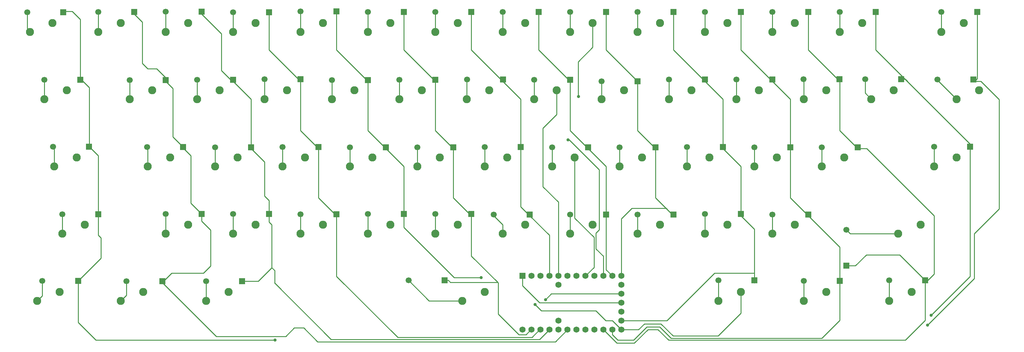
<source format=gbl>
G04 #@! TF.FileFunction,Copper,L2,Bot,Signal*
%FSLAX46Y46*%
G04 Gerber Fmt 4.6, Leading zero omitted, Abs format (unit mm)*
G04 Created by KiCad (PCBNEW (2015-01-16 BZR 5376)-product) date 17/05/2015 23:28:06*
%MOMM*%
G01*
G04 APERTURE LIST*
%ADD10C,0.100000*%
%ADD11C,1.699260*%
%ADD12R,1.699260X1.699260*%
%ADD13C,2.286000*%
%ADD14R,1.752600X1.752600*%
%ADD15C,1.752600*%
%ADD16C,0.889000*%
%ADD17C,0.254000*%
G04 APERTURE END LIST*
D10*
D11*
X275590000Y-135178800D03*
D12*
X285750000Y-135178800D03*
D13*
X281940000Y-138430000D03*
X275590000Y-140970000D03*
D11*
X32004000Y-59182000D03*
D12*
X42164000Y-59182000D03*
D11*
X36830000Y-78333600D03*
D12*
X46990000Y-78333600D03*
D11*
X39217600Y-97332800D03*
D12*
X49377600Y-97332800D03*
D11*
X41859200Y-116433600D03*
D12*
X52019200Y-116433600D03*
D11*
X36220400Y-135331200D03*
D12*
X46380400Y-135331200D03*
D11*
X52070000Y-59080400D03*
D12*
X62230000Y-59080400D03*
D11*
X60960000Y-78384400D03*
D12*
X71120000Y-78384400D03*
D11*
X65836800Y-97383600D03*
D12*
X75996800Y-97383600D03*
D11*
X71120000Y-116382800D03*
D12*
X81280000Y-116382800D03*
D11*
X59994800Y-135382000D03*
D12*
X70154800Y-135382000D03*
D11*
X71120000Y-59029600D03*
D12*
X81280000Y-59029600D03*
D11*
X80010000Y-78333600D03*
D12*
X90170000Y-78333600D03*
D11*
X85039200Y-97434400D03*
D12*
X95199200Y-97434400D03*
D11*
X90170000Y-116382800D03*
D12*
X100330000Y-116382800D03*
D11*
X82550000Y-135382000D03*
D12*
X92710000Y-135382000D03*
D11*
X90170000Y-59182000D03*
D12*
X100330000Y-59182000D03*
D11*
X99060000Y-78181200D03*
D12*
X109220000Y-78181200D03*
D11*
X104089200Y-97383600D03*
D12*
X114249200Y-97383600D03*
D11*
X109220000Y-116433600D03*
D12*
X119380000Y-116433600D03*
D11*
X139750800Y-135178800D03*
D12*
X149910800Y-135178800D03*
D11*
X109220000Y-58928000D03*
D12*
X119380000Y-58928000D03*
D11*
X118110000Y-78384400D03*
D12*
X128270000Y-78384400D03*
D11*
X123190000Y-97434400D03*
D12*
X133350000Y-97434400D03*
D11*
X128270000Y-116382800D03*
D12*
X138430000Y-116382800D03*
D11*
X128270000Y-59131200D03*
D12*
X138430000Y-59131200D03*
D11*
X137109200Y-78333600D03*
D12*
X147269200Y-78333600D03*
D11*
X142189200Y-97434400D03*
D12*
X152349200Y-97434400D03*
D11*
X147320000Y-116332000D03*
D12*
X157480000Y-116332000D03*
D11*
X147320000Y-59131200D03*
D12*
X157480000Y-59131200D03*
D11*
X156260800Y-78282800D03*
D12*
X166420800Y-78282800D03*
D11*
X161239200Y-97383600D03*
D12*
X171399200Y-97383600D03*
D11*
X163830000Y-116484400D03*
D12*
X173990000Y-116484400D03*
D11*
X166370000Y-59131200D03*
D12*
X176530000Y-59131200D03*
D11*
X175260000Y-78333600D03*
D12*
X185420000Y-78333600D03*
D11*
X180340000Y-97434400D03*
D12*
X190500000Y-97434400D03*
D11*
X185420000Y-116484400D03*
D12*
X195580000Y-116484400D03*
D11*
X185420000Y-59131200D03*
D12*
X195580000Y-59131200D03*
D11*
X194310000Y-78740000D03*
D12*
X204470000Y-78740000D03*
D11*
X199390000Y-97434400D03*
D12*
X209550000Y-97434400D03*
D11*
X204470000Y-116484400D03*
D12*
X214630000Y-116484400D03*
D11*
X227330000Y-135128000D03*
D12*
X237490000Y-135128000D03*
D11*
X204470000Y-59131200D03*
D12*
X214630000Y-59131200D03*
D11*
X213309200Y-78282800D03*
D12*
X223469200Y-78282800D03*
D11*
X218440000Y-97383600D03*
D12*
X228600000Y-97383600D03*
D11*
X223469200Y-116382800D03*
D12*
X233629200Y-116382800D03*
D11*
X251460000Y-135280400D03*
D12*
X261620000Y-135280400D03*
D11*
X223520000Y-59131200D03*
D12*
X233680000Y-59131200D03*
D11*
X232410000Y-78282800D03*
D12*
X242570000Y-78282800D03*
D11*
X237490000Y-97434400D03*
D12*
X247650000Y-97434400D03*
D11*
X242570000Y-116484400D03*
D12*
X252730000Y-116484400D03*
D11*
X242570000Y-59131200D03*
D12*
X252730000Y-59131200D03*
D11*
X251358400Y-78130400D03*
D12*
X261518400Y-78130400D03*
D11*
X256540000Y-97434400D03*
D12*
X266700000Y-97434400D03*
D11*
X263448800Y-120853200D03*
D12*
X263448800Y-131013200D03*
D11*
X261620000Y-59131200D03*
D12*
X271780000Y-59131200D03*
D11*
X268782800Y-78130400D03*
D12*
X278942800Y-78130400D03*
D11*
X288290000Y-97332800D03*
D12*
X298450000Y-97332800D03*
D11*
X290322000Y-59131200D03*
D12*
X300482000Y-59131200D03*
D11*
X289153600Y-78282800D03*
D12*
X299313600Y-78282800D03*
D13*
X39116000Y-62230000D03*
X32766000Y-64770000D03*
X58420000Y-62230000D03*
X52070000Y-64770000D03*
X77470000Y-62230000D03*
X71120000Y-64770000D03*
X96520000Y-62230000D03*
X90170000Y-64770000D03*
X115570000Y-62230000D03*
X109220000Y-64770000D03*
X134620000Y-62230000D03*
X128270000Y-64770000D03*
X153670000Y-62230000D03*
X147320000Y-64770000D03*
X172720000Y-62230000D03*
X166370000Y-64770000D03*
X191770000Y-62230000D03*
X185420000Y-64770000D03*
X210820000Y-62230000D03*
X204470000Y-64770000D03*
X229870000Y-62230000D03*
X223520000Y-64770000D03*
X248920000Y-62230000D03*
X242570000Y-64770000D03*
X267970000Y-62230000D03*
X261620000Y-64770000D03*
X296672000Y-62230000D03*
X290322000Y-64770000D03*
X43180000Y-81280000D03*
X36830000Y-83820000D03*
X67310000Y-81280000D03*
X60960000Y-83820000D03*
X86360000Y-81280000D03*
X80010000Y-83820000D03*
X105410000Y-81280000D03*
X99060000Y-83820000D03*
X124460000Y-81280000D03*
X118110000Y-83820000D03*
X143510000Y-81280000D03*
X137160000Y-83820000D03*
X162560000Y-81280000D03*
X156210000Y-83820000D03*
X181610000Y-81280000D03*
X175260000Y-83820000D03*
X200660000Y-81280000D03*
X194310000Y-83820000D03*
X219710000Y-81280000D03*
X213360000Y-83820000D03*
X238760000Y-81280000D03*
X232410000Y-83820000D03*
X257810000Y-81280000D03*
X251460000Y-83820000D03*
X276860000Y-81280000D03*
X270510000Y-83820000D03*
X45974000Y-100330000D03*
X39624000Y-102870000D03*
X72390000Y-100330000D03*
X66040000Y-102870000D03*
X91440000Y-100330000D03*
X85090000Y-102870000D03*
X110490000Y-100330000D03*
X104140000Y-102870000D03*
X129540000Y-100330000D03*
X123190000Y-102870000D03*
X148590000Y-100330000D03*
X142240000Y-102870000D03*
X167640000Y-100330000D03*
X161290000Y-102870000D03*
X186690000Y-100330000D03*
X180340000Y-102870000D03*
X205740000Y-100330000D03*
X199390000Y-102870000D03*
X224790000Y-100330000D03*
X218440000Y-102870000D03*
X243840000Y-100330000D03*
X237490000Y-102870000D03*
X262890000Y-100330000D03*
X256540000Y-102870000D03*
X294640000Y-100330000D03*
X288290000Y-102870000D03*
X48260000Y-119380000D03*
X41910000Y-121920000D03*
X77470000Y-119380000D03*
X71120000Y-121920000D03*
X96520000Y-119380000D03*
X90170000Y-121920000D03*
X115570000Y-119380000D03*
X109220000Y-121920000D03*
X134620000Y-119380000D03*
X128270000Y-121920000D03*
X153670000Y-119380000D03*
X147320000Y-121920000D03*
X172720000Y-119380000D03*
X166370000Y-121920000D03*
X191770000Y-119380000D03*
X185420000Y-121920000D03*
X210820000Y-119380000D03*
X204470000Y-121920000D03*
X229870000Y-119380000D03*
X223520000Y-121920000D03*
X248920000Y-119380000D03*
X242570000Y-121920000D03*
X284480000Y-119380000D03*
X278130000Y-121920000D03*
X41148000Y-138430000D03*
X34798000Y-140970000D03*
X64770000Y-138430000D03*
X58420000Y-140970000D03*
X88900000Y-138430000D03*
X82550000Y-140970000D03*
X161290000Y-138430000D03*
X154940000Y-140970000D03*
X233680000Y-138430000D03*
X227330000Y-140970000D03*
X257810000Y-138430000D03*
X251460000Y-140970000D03*
D14*
X171907200Y-133908800D03*
D15*
X174447200Y-133908800D03*
X176987200Y-133908800D03*
X179527200Y-133908800D03*
X182067200Y-133908800D03*
X184607200Y-133908800D03*
X187147200Y-133908800D03*
X189687200Y-133908800D03*
X192227200Y-133908800D03*
X194767200Y-133908800D03*
X197307200Y-133908800D03*
X199847200Y-133908800D03*
X199847200Y-136448800D03*
X199847200Y-138988800D03*
X199847200Y-141528800D03*
X199847200Y-144068800D03*
X199847200Y-146608800D03*
X199847200Y-149148800D03*
X197307200Y-149148800D03*
X194767200Y-149148800D03*
X192227200Y-149148800D03*
X189687200Y-149148800D03*
X187147200Y-149148800D03*
X184607200Y-149148800D03*
X182067200Y-149148800D03*
X179527200Y-149148800D03*
X176987200Y-149148800D03*
X174447200Y-149148800D03*
X171907200Y-149148800D03*
X182067200Y-146608800D03*
X182067200Y-136448800D03*
D13*
X300990000Y-81280000D03*
X294640000Y-83820000D03*
D16*
X102006400Y-152044400D03*
X160274000Y-134416800D03*
X287426400Y-145034000D03*
X286410400Y-147828000D03*
X187756800Y-83058000D03*
X184810400Y-95351600D03*
X175514000Y-142036800D03*
X178409600Y-140665200D03*
D17*
X32004000Y-59182000D02*
X32004000Y-64008000D01*
X32004000Y-64008000D02*
X32766000Y-64770000D01*
X46380400Y-135331200D02*
X46380400Y-147066000D01*
X51358800Y-152044400D02*
X102006400Y-152044400D01*
X46380400Y-147066000D02*
X51358800Y-152044400D01*
X52019200Y-116433600D02*
X52019200Y-122326400D01*
X52832000Y-128879600D02*
X46380400Y-135331200D01*
X52832000Y-123139200D02*
X52832000Y-128879600D01*
X52019200Y-122326400D02*
X52832000Y-123139200D01*
X46990000Y-78740000D02*
X46990000Y-61214000D01*
X44704000Y-58928000D02*
X42418000Y-58928000D01*
X46990000Y-61214000D02*
X44704000Y-58928000D01*
X42418000Y-58928000D02*
X42164000Y-59182000D01*
X49530000Y-97790000D02*
X49530000Y-80518000D01*
X49530000Y-80518000D02*
X47752000Y-78740000D01*
X47752000Y-78740000D02*
X46990000Y-78740000D01*
X52070000Y-116840000D02*
X52070000Y-99822000D01*
X52070000Y-99822000D02*
X50038000Y-97790000D01*
X50038000Y-97790000D02*
X49530000Y-97790000D01*
X36830000Y-83820000D02*
X36830000Y-78740000D01*
X39624000Y-102870000D02*
X39624000Y-98044000D01*
X39624000Y-98044000D02*
X39370000Y-97790000D01*
X41910000Y-121920000D02*
X41910000Y-116840000D01*
X36220400Y-135331200D02*
X36220400Y-139547600D01*
X36220400Y-139547600D02*
X34798000Y-140970000D01*
X52070000Y-64770000D02*
X52070000Y-59690000D01*
X69951600Y-135890000D02*
X70256400Y-135890000D01*
X181203600Y-152552400D02*
X184607200Y-149148800D01*
X113995200Y-152552400D02*
X181203600Y-152552400D01*
X110083600Y-148640800D02*
X113995200Y-152552400D01*
X107442000Y-148640800D02*
X110083600Y-148640800D01*
X105054400Y-151028400D02*
X107442000Y-148640800D01*
X85394800Y-151028400D02*
X105054400Y-151028400D01*
X70256400Y-135890000D02*
X85394800Y-151028400D01*
X62230000Y-59690000D02*
X62484000Y-59690000D01*
X81280000Y-116840000D02*
X81280000Y-118364000D01*
X72745600Y-133096000D02*
X69951600Y-135890000D01*
X81788000Y-133096000D02*
X72745600Y-133096000D01*
X83820000Y-131064000D02*
X81788000Y-133096000D01*
X83820000Y-120904000D02*
X83820000Y-131064000D01*
X81280000Y-118364000D02*
X83820000Y-120904000D01*
X81280000Y-116840000D02*
X81280000Y-116332000D01*
X81280000Y-116332000D02*
X78232000Y-113284000D01*
X78232000Y-113284000D02*
X78232000Y-99822000D01*
X78232000Y-99822000D02*
X76200000Y-97790000D01*
X71120000Y-78740000D02*
X73152000Y-80772000D01*
X73152000Y-94488000D02*
X76200000Y-97536000D01*
X73152000Y-80772000D02*
X73152000Y-94488000D01*
X76200000Y-97536000D02*
X76200000Y-97790000D01*
X71120000Y-78740000D02*
X71120000Y-77724000D01*
X64516000Y-61976000D02*
X62230000Y-59690000D01*
X64516000Y-73660000D02*
X64516000Y-61976000D01*
X66040000Y-75184000D02*
X64516000Y-73660000D01*
X68580000Y-75184000D02*
X66040000Y-75184000D01*
X71120000Y-77724000D02*
X68580000Y-75184000D01*
X60960000Y-78740000D02*
X60960000Y-83820000D01*
X66040000Y-97790000D02*
X66040000Y-102870000D01*
X71120000Y-121920000D02*
X71120000Y-116840000D01*
X59994800Y-135382000D02*
X59994800Y-139395200D01*
X59994800Y-139395200D02*
X58420000Y-140970000D01*
X71120000Y-64770000D02*
X71120000Y-59690000D01*
X101879400Y-135915400D02*
X101879400Y-132359400D01*
X101879400Y-132359400D02*
X101092000Y-131572000D01*
X92710000Y-135382000D02*
X97231200Y-135382000D01*
X97231200Y-135382000D02*
X101041200Y-131572000D01*
X101041200Y-131572000D02*
X101092000Y-131572000D01*
X101092000Y-131572000D02*
X101092000Y-119380000D01*
X100330000Y-118618000D02*
X100330000Y-116840000D01*
X101092000Y-119380000D02*
X100330000Y-118618000D01*
X176784000Y-151892000D02*
X179527200Y-149148800D01*
X117856000Y-151892000D02*
X176784000Y-151892000D01*
X101854000Y-135890000D02*
X101879400Y-135915400D01*
X101879400Y-135915400D02*
X117856000Y-151892000D01*
X90170000Y-78740000D02*
X89916000Y-78740000D01*
X89916000Y-78740000D02*
X86868000Y-75692000D01*
X86868000Y-65278000D02*
X81280000Y-59690000D01*
X86868000Y-75692000D02*
X86868000Y-65278000D01*
X95250000Y-97790000D02*
X95250000Y-83820000D01*
X95250000Y-83820000D02*
X90170000Y-78740000D01*
X100330000Y-116840000D02*
X100330000Y-112522000D01*
X99060000Y-101600000D02*
X95250000Y-97790000D01*
X99060000Y-111252000D02*
X99060000Y-101600000D01*
X100330000Y-112522000D02*
X99060000Y-111252000D01*
X80010000Y-83820000D02*
X80010000Y-78740000D01*
X85090000Y-97790000D02*
X85090000Y-102870000D01*
X90170000Y-121920000D02*
X90170000Y-116840000D01*
X82550000Y-140970000D02*
X82550000Y-135890000D01*
X90170000Y-64770000D02*
X90170000Y-59690000D01*
X176987200Y-149148800D02*
X176784000Y-149148800D01*
X176784000Y-149148800D02*
X174599600Y-151333200D01*
X174599600Y-151333200D02*
X136702800Y-151333200D01*
X136702800Y-151333200D02*
X119380000Y-134010400D01*
X119380000Y-134010400D02*
X119380000Y-116840000D01*
X114300000Y-97790000D02*
X114300000Y-111760000D01*
X114300000Y-111760000D02*
X119380000Y-116840000D01*
X109220000Y-78740000D02*
X109220000Y-92710000D01*
X109220000Y-92710000D02*
X114300000Y-97790000D01*
X100330000Y-59690000D02*
X100330000Y-69850000D01*
X100330000Y-69850000D02*
X109220000Y-78740000D01*
X99060000Y-83820000D02*
X99060000Y-78740000D01*
X104140000Y-97790000D02*
X104140000Y-102870000D01*
X109220000Y-116840000D02*
X109220000Y-121920000D01*
X154940000Y-140970000D02*
X145542000Y-140970000D01*
X145542000Y-140970000D02*
X139750800Y-135178800D01*
X197307200Y-149148800D02*
X197307200Y-150520400D01*
X261620000Y-146507200D02*
X261620000Y-135890000D01*
X256540002Y-151587198D02*
X261620000Y-146507200D01*
X213918798Y-151587198D02*
X256540002Y-151587198D01*
X210667600Y-148336000D02*
X213918798Y-151587198D01*
X207060800Y-148336000D02*
X210667600Y-148336000D01*
X203301600Y-152095200D02*
X207060800Y-148336000D01*
X198882000Y-152095200D02*
X203301600Y-152095200D01*
X197307200Y-150520400D02*
X198882000Y-152095200D01*
X261620000Y-135890000D02*
X261620000Y-125730000D01*
X261620000Y-125730000D02*
X252730000Y-116840000D01*
X247650000Y-97790000D02*
X247650000Y-111760000D01*
X247650000Y-111760000D02*
X252730000Y-116840000D01*
X247650000Y-97790000D02*
X247650000Y-83820000D01*
X247650000Y-83820000D02*
X242570000Y-78740000D01*
X233680000Y-59690000D02*
X233680000Y-69850000D01*
X233680000Y-69850000D02*
X242570000Y-78740000D01*
X109220000Y-59690000D02*
X109220000Y-64770000D01*
X138430000Y-116840000D02*
X138430000Y-120192800D01*
X152654000Y-134416800D02*
X160274000Y-134416800D01*
X138430000Y-120192800D02*
X152654000Y-134416800D01*
X128270000Y-78740000D02*
X128270000Y-92710000D01*
X128270000Y-92710000D02*
X133350000Y-97790000D01*
X138430000Y-116840000D02*
X138430000Y-102870000D01*
X138430000Y-102870000D02*
X133350000Y-97790000D01*
X119380000Y-59690000D02*
X119380000Y-69850000D01*
X119380000Y-69850000D02*
X128270000Y-78740000D01*
X118110000Y-78740000D02*
X118110000Y-83820000D01*
X123190000Y-102870000D02*
X123190000Y-97790000D01*
X128270000Y-121920000D02*
X128270000Y-116840000D01*
X128270000Y-64770000D02*
X128270000Y-59690000D01*
X149910800Y-135178800D02*
X150977600Y-135178800D01*
X151536400Y-135737600D02*
X164947600Y-135737600D01*
X150977600Y-135178800D02*
X151536400Y-135737600D01*
X174447200Y-149148800D02*
X174294800Y-149148800D01*
X174294800Y-149148800D02*
X172923200Y-150520400D01*
X172923200Y-150520400D02*
X170891200Y-150520400D01*
X170891200Y-150520400D02*
X165100000Y-144729200D01*
X165100000Y-144729200D02*
X165100000Y-135890000D01*
X138430000Y-59690000D02*
X138430000Y-59232800D01*
X157480000Y-116840000D02*
X157480000Y-128270000D01*
X157480000Y-128270000D02*
X164947600Y-135737600D01*
X164947600Y-135737600D02*
X165100000Y-135890000D01*
X152400000Y-97790000D02*
X152400000Y-111760000D01*
X152400000Y-111760000D02*
X157480000Y-116840000D01*
X147320000Y-78740000D02*
X147320000Y-92710000D01*
X147320000Y-92710000D02*
X152400000Y-97790000D01*
X138430000Y-59690000D02*
X138430000Y-69850000D01*
X138430000Y-69850000D02*
X147320000Y-78740000D01*
X137160000Y-83820000D02*
X137160000Y-78740000D01*
X142240000Y-102870000D02*
X142240000Y-97790000D01*
X147320000Y-116840000D02*
X147320000Y-121920000D01*
X147320000Y-64770000D02*
X147320000Y-59690000D01*
X179527200Y-133908800D02*
X179527200Y-122377200D01*
X179527200Y-122377200D02*
X173990000Y-116840000D01*
X171450000Y-97790000D02*
X171450000Y-114300000D01*
X171450000Y-114300000D02*
X173990000Y-116840000D01*
X171450000Y-97790000D02*
X171450000Y-83820000D01*
X171450000Y-83820000D02*
X166370000Y-78740000D01*
X157480000Y-59690000D02*
X157480000Y-69850000D01*
X157480000Y-69850000D02*
X166370000Y-78740000D01*
X156210000Y-83820000D02*
X156210000Y-78740000D01*
X161290000Y-97790000D02*
X161290000Y-102870000D01*
X166370000Y-121920000D02*
X166370000Y-119380000D01*
X166370000Y-119380000D02*
X163830000Y-116840000D01*
X166370000Y-64770000D02*
X166370000Y-59690000D01*
X175260000Y-78740000D02*
X175260000Y-83820000D01*
X180340000Y-102870000D02*
X180340000Y-97790000D01*
X185420000Y-121920000D02*
X185420000Y-116840000D01*
X185420000Y-59690000D02*
X185420000Y-64770000D01*
X199847200Y-133908800D02*
X199847200Y-117703600D01*
X212547200Y-114757200D02*
X214630000Y-116840000D01*
X202793600Y-114757200D02*
X212547200Y-114757200D01*
X199847200Y-117703600D02*
X202793600Y-114757200D01*
X204470000Y-78740000D02*
X204470000Y-92710000D01*
X204470000Y-92710000D02*
X209550000Y-97790000D01*
X204470000Y-92710000D02*
X209550000Y-97790000D01*
X209550000Y-97790000D02*
X209550000Y-111760000D01*
X209550000Y-111760000D02*
X214630000Y-116840000D01*
X195580000Y-59690000D02*
X195580000Y-69850000D01*
X195580000Y-69850000D02*
X204470000Y-78740000D01*
X194310000Y-78740000D02*
X194310000Y-83820000D01*
X199390000Y-102870000D02*
X199390000Y-97790000D01*
X204470000Y-121920000D02*
X204470000Y-116840000D01*
X227330000Y-140970000D02*
X227330000Y-135890000D01*
X263448800Y-131013200D02*
X265988800Y-131013200D01*
X278485600Y-127914400D02*
X285750000Y-135178800D01*
X269087600Y-127914400D02*
X278485600Y-127914400D01*
X265988800Y-131013200D02*
X269087600Y-127914400D01*
X285750000Y-135890000D02*
X285750000Y-146507200D01*
X198577200Y-152958800D02*
X194767200Y-149148800D01*
X203504800Y-152958800D02*
X198577200Y-152958800D01*
X207365600Y-149098000D02*
X203504800Y-152958800D01*
X210210400Y-149098000D02*
X207365600Y-149098000D01*
X213207600Y-152095200D02*
X210210400Y-149098000D01*
X280162000Y-152095200D02*
X213207600Y-152095200D01*
X285750000Y-146507200D02*
X280162000Y-152095200D01*
X252730000Y-59690000D02*
X253174500Y-59690000D01*
X288290000Y-116840000D02*
X288290000Y-133350000D01*
X288290000Y-133350000D02*
X285750000Y-135890000D01*
X266700000Y-97790000D02*
X269240000Y-97790000D01*
X269240000Y-97790000D02*
X288290000Y-116840000D01*
X261620000Y-78740000D02*
X261620000Y-92710000D01*
X261620000Y-92710000D02*
X266700000Y-97790000D01*
X252730000Y-59690000D02*
X252730000Y-69850000D01*
X252730000Y-69850000D02*
X261620000Y-78740000D01*
X204470000Y-59690000D02*
X204470000Y-64770000D01*
X213360000Y-78740000D02*
X213360000Y-83820000D01*
X218440000Y-102870000D02*
X218440000Y-97790000D01*
X223520000Y-121920000D02*
X223520000Y-116840000D01*
X251460000Y-140970000D02*
X251460000Y-135890000D01*
X278942800Y-78130400D02*
X280111200Y-78130400D01*
X280822400Y-78841600D02*
X280822400Y-78892400D01*
X280111200Y-78130400D02*
X280822400Y-78841600D01*
X298450000Y-97790000D02*
X298450000Y-134010400D01*
X298450000Y-134010400D02*
X287426400Y-145034000D01*
X298450000Y-97790000D02*
X298450000Y-96520000D01*
X298450000Y-96520000D02*
X280822400Y-78892400D01*
X280822400Y-78892400D02*
X280670000Y-78740000D01*
X271780000Y-59690000D02*
X271780000Y-69850000D01*
X271780000Y-69850000D02*
X280670000Y-78740000D01*
X223520000Y-59690000D02*
X223520000Y-64770000D01*
X232410000Y-78740000D02*
X232410000Y-83820000D01*
X237490000Y-102870000D02*
X237490000Y-97790000D01*
X242570000Y-121920000D02*
X242570000Y-116840000D01*
X275590000Y-140970000D02*
X275590000Y-135890000D01*
X299720000Y-78740000D02*
X301447200Y-78740000D01*
X299618400Y-134620000D02*
X286410400Y-147828000D01*
X299618400Y-121920000D02*
X299618400Y-134620000D01*
X306628800Y-114909600D02*
X299618400Y-121920000D01*
X306628800Y-83921600D02*
X306628800Y-114909600D01*
X301447200Y-78740000D02*
X306628800Y-83921600D01*
X300482000Y-59690000D02*
X300482000Y-77978000D01*
X300482000Y-77978000D02*
X299720000Y-78740000D01*
X242570000Y-64770000D02*
X242570000Y-59690000D01*
X251460000Y-83820000D02*
X251460000Y-78740000D01*
X256540000Y-102870000D02*
X256540000Y-97790000D01*
X278130000Y-121920000D02*
X264515600Y-121920000D01*
X264515600Y-121920000D02*
X263448800Y-120853200D01*
X261620000Y-64770000D02*
X261620000Y-59690000D01*
X268782800Y-78130400D02*
X268782800Y-82092800D01*
X268782800Y-82092800D02*
X270510000Y-83820000D01*
X288290000Y-102870000D02*
X288290000Y-97790000D01*
X290322000Y-64770000D02*
X290322000Y-59690000D01*
X294640000Y-83820000D02*
X289560000Y-78740000D01*
X194767200Y-133908800D02*
X194767200Y-128320800D01*
X191770000Y-69138800D02*
X191770000Y-62230000D01*
X187655200Y-73253600D02*
X191770000Y-69138800D01*
X187655200Y-82956400D02*
X187655200Y-73253600D01*
X187756800Y-83058000D02*
X187655200Y-82956400D01*
X185115200Y-95351600D02*
X184810400Y-95351600D01*
X193598800Y-103835200D02*
X185115200Y-95351600D01*
X193598800Y-120853200D02*
X193598800Y-103835200D01*
X192684400Y-121767600D02*
X193598800Y-120853200D01*
X192684400Y-126238000D02*
X192684400Y-121767600D01*
X194767200Y-128320800D02*
X192684400Y-126238000D01*
X182067200Y-133908800D02*
X182067200Y-112979200D01*
X181610000Y-88138000D02*
X181610000Y-81280000D01*
X177698400Y-92049600D02*
X181610000Y-88138000D01*
X177698400Y-108610400D02*
X177698400Y-92049600D01*
X182067200Y-112979200D02*
X177698400Y-108610400D01*
X186690000Y-100330000D02*
X186690000Y-117500400D01*
X192125600Y-131470400D02*
X189687200Y-133908800D01*
X192125600Y-122936000D02*
X192125600Y-131470400D01*
X186690000Y-117500400D02*
X192125600Y-122936000D01*
X197307200Y-146608800D02*
X199847200Y-149148800D01*
X195427600Y-146608800D02*
X197307200Y-146608800D01*
X192633600Y-143814800D02*
X195427600Y-146608800D01*
X177292000Y-143814800D02*
X192633600Y-143814800D01*
X175514000Y-142036800D02*
X177292000Y-143814800D01*
X233680000Y-138430000D02*
X233680000Y-144475200D01*
X204673200Y-149148800D02*
X199847200Y-149148800D01*
X206349600Y-147472400D02*
X204673200Y-149148800D01*
X211023200Y-147472400D02*
X206349600Y-147472400D01*
X214477600Y-150926800D02*
X211023200Y-147472400D01*
X227228400Y-150926800D02*
X214477600Y-150926800D01*
X233680000Y-144475200D02*
X227228400Y-150926800D01*
X171907200Y-133908800D02*
X171907200Y-136702800D01*
X176733200Y-141528800D02*
X199847200Y-141528800D01*
X171907200Y-136702800D02*
X176733200Y-141528800D01*
X180086000Y-138988800D02*
X199847200Y-138988800D01*
X178409600Y-140665200D02*
X180086000Y-138988800D01*
X195580000Y-116840000D02*
X195580000Y-132181600D01*
X195580000Y-132181600D02*
X197307200Y-133908800D01*
X195580000Y-116840000D02*
X195580000Y-102870000D01*
X195580000Y-102870000D02*
X190500000Y-97790000D01*
X176530000Y-59690000D02*
X176530000Y-69850000D01*
X176530000Y-69850000D02*
X185420000Y-78740000D01*
X185420000Y-78740000D02*
X185420000Y-92710000D01*
X185420000Y-92710000D02*
X190500000Y-97790000D01*
X212750400Y-146608800D02*
X212750400Y-146558000D01*
X226161600Y-133146800D02*
X237490000Y-133146800D01*
X212750400Y-146558000D02*
X226161600Y-133146800D01*
X212852000Y-146608800D02*
X212750400Y-146608800D01*
X212750400Y-146608800D02*
X199847200Y-146608800D01*
X233680000Y-116840000D02*
X233680000Y-102870000D01*
X233680000Y-102870000D02*
X228600000Y-97790000D01*
X228600000Y-97790000D02*
X228600000Y-83820000D01*
X228600000Y-83820000D02*
X223520000Y-78740000D01*
X237490000Y-135890000D02*
X237490000Y-133146800D01*
X237490000Y-133146800D02*
X237490000Y-120650000D01*
X237490000Y-120650000D02*
X233680000Y-116840000D01*
X214630000Y-59690000D02*
X214630000Y-69850000D01*
X214630000Y-69850000D02*
X223520000Y-78740000D01*
M02*

</source>
